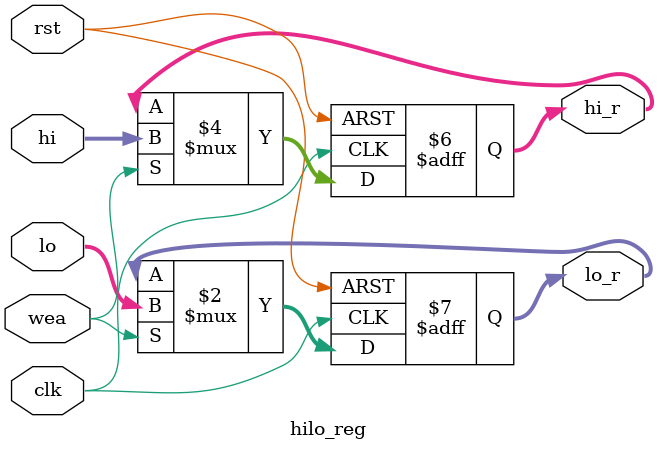
<source format=v>
module hilo_reg(
	input  wire        clk,rst,wea,
	input  wire [31:0] hi,lo,
	output reg  [31:0] hi_r,lo_r 
	);

	always @(negedge clk or posedge rst) begin
		if(rst) begin
			hi_r<=0;
			lo_r<=0;
		end
		else if(wea) begin
			hi_r<=hi;
			lo_r<=lo;
		end
	end
endmodule
</source>
